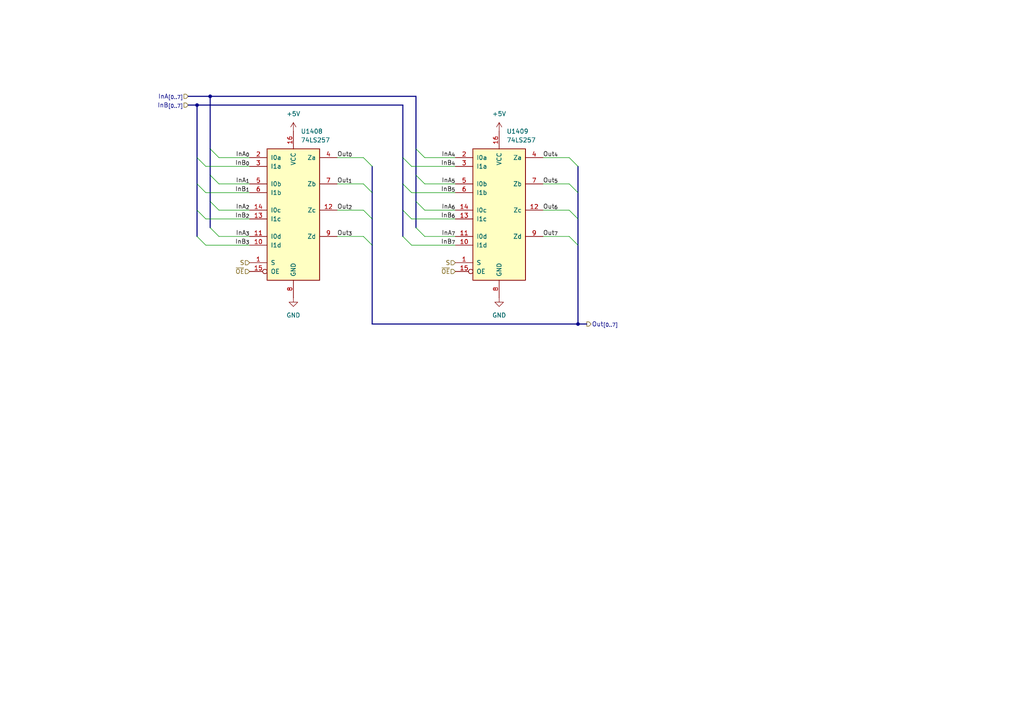
<source format=kicad_sch>
(kicad_sch (version 20250114) (generator "eeschema") (generator_version "9.0")
  (paper "A4")
  (lib_symbols
    (symbol "74xx:74LS257" (pin_names (offset 1.016))
      (property "Reference" "U" (at -7.62 19.05 0))
      (property "Value" "74LS257" (at -7.62 -21.59 0))
      (symbol "74LS257_1_0"
        (pin input line (at -12.7 15.24 0) (length 5.08) (name "I0a") (number "2"))
        (pin input line (at -12.7 12.7 0) (length 5.08) (name "I1a") (number "3"))
        (pin input line (at -12.7 7.62 0) (length 5.08) (name "I0b") (number "5"))
        (pin input line (at -12.7 5.08 0) (length 5.08) (name "I1b") (number "6"))
        (pin input line (at -12.7 0 0) (length 5.08) (name "I0c") (number "14"))
        (pin input line (at -12.7 -2.54 0) (length 5.08) (name "I1c") (number "13"))
        (pin input line (at -12.7 -7.62 0) (length 5.08) (name "I0d") (number "11"))
        (pin input line (at -12.7 -10.16 0) (length 5.08) (name "I1d") (number "10"))
        (pin input line (at -12.7 -15.24 0) (length 5.08) (name "S") (number "1"))
        (pin input inverted (at -12.7 -17.78 0) (length 5.08) (name "OE") (number "15"))
        (pin power_in line (at 0 22.86 270) (length 5.08) (name "VCC") (number "16"))
        (pin power_in line (at 0 -25.4 90) (length 5.08) (name "GND") (number "8"))
        (pin tri_state line (at 12.7 15.24 180) (length 5.08) (name "Za") (number "4"))
        (pin tri_state line (at 12.7 7.62 180) (length 5.08) (name "Zb") (number "7"))
        (pin tri_state line (at 12.7 0 180) (length 5.08) (name "Zc") (number "12"))
        (pin tri_state line (at 12.7 -7.62 180) (length 5.08) (name "Zd") (number "9"))
      )
      (symbol "74LS257_1_1"
        (rectangle (start -7.62 17.78) (end 7.62 -20.32) (stroke (width 0.254)) (fill (type background)))
      )
    )
    (symbol "power:+5V" (power) (pin_numbers (hide yes)) (pin_names (offset 0) (hide yes))
      (property "Value" "+5V" (at 0 3.556 0))
      (symbol "+5V_0_1"
        (polyline (pts (xy -0.762 1.27) (xy 0 2.54)))
        (polyline (pts (xy 0 2.54) (xy 0.762 1.27)))
        (polyline (pts (xy 0 0) (xy 0 2.54)))
      )
      (symbol "+5V_1_1"
        (pin power_in line (at 0 0 90) (length 0) (name "~") (number "1"))
      )
    )
    (symbol "power:GND" (power) (pin_numbers (hide yes)) (pin_names (offset 0) (hide yes))
      (property "Value" "GND" (at 0 -3.81 0))
      (symbol "GND_0_1"
        (polyline (pts (xy 0 0) (xy 0 -1.27) (xy 1.27 -1.27) (xy 0 -2.54) (xy -1.27 -1.27) (xy 0 -1.27)))
      )
      (symbol "GND_1_1"
        (pin power_in line (at 0 0 270) (length 0) (name "~") (number "1"))
      )
    )
  )
  (junction (at 167.64 93.98))
  (junction (at 57.15 30.48))
  (junction (at 60.96 27.94))
  (bus_entry (at 116.84 68.58) (size 2.54 2.54))
  (bus_entry (at 120.65 66.04) (size 2.54 2.54))
  (bus_entry (at 60.96 58.42) (size 2.54 2.54))
  (bus_entry (at 105.41 68.58) (size 2.54 2.54))
  (bus_entry (at 165.1 68.58) (size 2.54 2.54))
  (bus_entry (at 105.41 45.72) (size 2.54 2.54))
  (bus_entry (at 60.96 66.04) (size 2.54 2.54))
  (bus_entry (at 120.65 50.8) (size 2.54 2.54))
  (bus_entry (at 116.84 60.96) (size 2.54 2.54))
  (bus_entry (at 165.1 53.34) (size 2.54 2.54))
  (bus_entry (at 116.84 53.34) (size 2.54 2.54))
  (bus_entry (at 57.15 45.72) (size 2.54 2.54))
  (bus_entry (at 57.15 53.34) (size 2.54 2.54))
  (bus_entry (at 105.41 60.96) (size 2.54 2.54))
  (bus_entry (at 57.15 60.96) (size 2.54 2.54))
  (bus_entry (at 120.65 58.42) (size 2.54 2.54))
  (bus_entry (at 120.65 43.18) (size 2.54 2.54))
  (bus_entry (at 57.15 68.58) (size 2.54 2.54))
  (bus_entry (at 165.1 45.72) (size 2.54 2.54))
  (bus_entry (at 165.1 60.96) (size 2.54 2.54))
  (bus_entry (at 60.96 43.18) (size 2.54 2.54))
  (bus_entry (at 60.96 50.8) (size 2.54 2.54))
  (bus_entry (at 105.41 53.34) (size 2.54 2.54))
  (bus_entry (at 116.84 45.72) (size 2.54 2.54))
  (bus (pts (xy 167.64 93.98) (xy 170.18 93.98)))
  (bus (pts (xy 120.65 43.18) (xy 120.65 50.8)))
  (wire (pts (xy 123.19 45.72) (xy 132.08 45.72)))
  (wire (pts (xy 63.5 68.58) (xy 72.39 68.58)))
  (bus (pts (xy 107.95 71.12) (xy 107.95 93.98)))
  (wire (pts (xy 119.38 63.5) (xy 132.08 63.5)))
  (bus (pts (xy 116.84 30.48) (xy 116.84 45.72)))
  (wire (pts (xy 123.19 68.58) (xy 132.08 68.58)))
  (wire (pts (xy 157.48 45.72) (xy 165.1 45.72)))
  (wire (pts (xy 157.48 53.34) (xy 165.1 53.34)))
  (wire (pts (xy 97.79 68.58) (xy 105.41 68.58)))
  (bus (pts (xy 116.84 45.72) (xy 116.84 53.34)))
  (bus (pts (xy 120.65 58.42) (xy 120.65 66.04)))
  (wire (pts (xy 123.19 53.34) (xy 132.08 53.34)))
  (bus (pts (xy 60.96 27.94) (xy 120.65 27.94)))
  (wire (pts (xy 63.5 60.96) (xy 72.39 60.96)))
  (bus (pts (xy 60.96 58.42) (xy 60.96 66.04)))
  (wire (pts (xy 119.38 71.12) (xy 132.08 71.12)))
  (wire (pts (xy 59.69 63.5) (xy 72.39 63.5)))
  (bus (pts (xy 60.96 43.18) (xy 60.96 50.8)))
  (bus (pts (xy 57.15 30.48) (xy 57.15 45.72)))
  (bus (pts (xy 107.95 93.98) (xy 167.64 93.98)))
  (bus (pts (xy 60.96 50.8) (xy 60.96 58.42)))
  (bus (pts (xy 60.96 27.94) (xy 60.96 43.18)))
  (bus (pts (xy 107.95 63.5) (xy 107.95 71.12)))
  (bus (pts (xy 167.64 48.26) (xy 167.64 55.88)))
  (bus (pts (xy 116.84 53.34) (xy 116.84 60.96)))
  (bus (pts (xy 107.95 55.88) (xy 107.95 63.5)))
  (bus (pts (xy 57.15 60.96) (xy 57.15 68.58)))
  (wire (pts (xy 59.69 55.88) (xy 72.39 55.88)))
  (wire (pts (xy 97.79 45.72) (xy 105.41 45.72)))
  (bus (pts (xy 54.61 27.94) (xy 60.96 27.94)))
  (wire (pts (xy 119.38 55.88) (xy 132.08 55.88)))
  (wire (pts (xy 63.5 53.34) (xy 72.39 53.34)))
  (bus (pts (xy 57.15 45.72) (xy 57.15 53.34)))
  (bus (pts (xy 57.15 30.48) (xy 116.84 30.48)))
  (wire (pts (xy 59.69 48.26) (xy 72.39 48.26)))
  (wire (pts (xy 97.79 60.96) (xy 105.41 60.96)))
  (bus (pts (xy 167.64 55.88) (xy 167.64 63.5)))
  (wire (pts (xy 157.48 60.96) (xy 165.1 60.96)))
  (wire (pts (xy 59.69 71.12) (xy 72.39 71.12)))
  (bus (pts (xy 116.84 60.96) (xy 116.84 68.58)))
  (bus (pts (xy 120.65 27.94) (xy 120.65 43.18)))
  (wire (pts (xy 119.38 48.26) (xy 132.08 48.26)))
  (wire (pts (xy 123.19 60.96) (xy 132.08 60.96)))
  (wire (pts (xy 63.5 45.72) (xy 72.39 45.72)))
  (bus (pts (xy 107.95 48.26) (xy 107.95 55.88)))
  (wire (pts (xy 97.79 53.34) (xy 105.41 53.34)))
  (bus (pts (xy 167.64 63.5) (xy 167.64 71.12)))
  (bus (pts (xy 167.64 71.12) (xy 167.64 93.98)))
  (bus (pts (xy 120.65 50.8) (xy 120.65 58.42)))
  (bus (pts (xy 57.15 53.34) (xy 57.15 60.96)))
  (wire (pts (xy 157.48 68.58) (xy 165.1 68.58)))
  (bus (pts (xy 54.61 30.48) (xy 57.15 30.48)))
  (label "InB_{5}" (at 132.08 55.88 180))
  (label "Out_{1}" (at 97.79 53.34 0))
  (label "Out_{6}" (at 157.48 60.96 0))
  (label "Out_{0}" (at 97.79 45.72 0))
  (label "Out_{4}" (at 157.48 45.72 0))
  (label "InA_{4}" (at 132.08 45.72 180))
  (label "Out_{7}" (at 157.48 68.58 0))
  (label "InB_{4}" (at 132.08 48.26 180))
  (label "InA_{6}" (at 132.08 60.96 180))
  (label "InA_{7}" (at 132.08 68.58 180))
  (label "InB_{2}" (at 72.39 63.5 180))
  (label "InB_{0}" (at 72.39 48.26 180))
  (label "Out_{3}" (at 97.79 68.58 0))
  (label "InA_{2}" (at 72.39 60.96 180))
  (label "InA_{5}" (at 132.08 53.34 180))
  (label "InA_{0}" (at 72.39 45.72 180))
  (label "InB_{1}" (at 72.39 55.88 180))
  (label "InB_{3}" (at 72.39 71.12 180))
  (label "InA_{3}" (at 72.39 68.58 180))
  (label "InA_{1}" (at 72.39 53.34 180))
  (label "InB_{7}" (at 132.08 71.12 180))
  (label "InB_{6}" (at 132.08 63.5 180))
  (label "Out_{5}" (at 157.48 53.34 0))
  (label "Out_{2}" (at 97.79 60.96 0))
  (hierarchical_label "S" (shape input) (at 72.39 76.2 180))
  (hierarchical_label "InA_{[0..7]}" (shape input) (at 54.61 27.94 180))
  (hierarchical_label "~{OE}" (shape input) (at 132.08 78.74 180))
  (hierarchical_label "Out_{[0..7]}" (shape output) (at 170.18 93.98 0))
  (hierarchical_label "InB_{[0..7]}" (shape input) (at 54.61 30.48 180))
  (hierarchical_label "~{OE}" (shape input) (at 72.39 78.74 180))
  (hierarchical_label "S" (shape input) (at 132.08 76.2 180))
  (symbol (lib_id "power:GND") (at 85.09 86.36 0) (unit 1)
    (property "Reference" "#PWR01417" (effects (hide yes)))
    (property "Value" "GND" (at 85.09 91.44 0))
    (property "Description" "Power symbol creates a global label with name \"GND\" , ground" (effects (hide yes)))
  )
  (symbol (lib_id "power:+5V") (at 144.78 38.1 0) (unit 1)
    (property "Reference" "#PWR01416" (effects (hide yes)))
    (property "Value" "+5V" (at 144.78 33.02 0))
    (property "Description" "Power symbol creates a global label with name \"+5V\"" (effects (hide yes)))
  )
  (symbol (lib_id "74xx:74LS257") (at 144.78 60.96 0) (unit 1)
    (property "Reference" "U1409" (at 146.9233 38.1 0) (effects (justify left)))
    (property "Value" "74LS257" (at 146.9233 40.64 0) (effects (justify left)))
    (property "Datasheet" "http://www.ti.com/lit/gpn/sn74LS257" (effects (hide yes)))
    (property "Description" "Quad 2 to 1 Multiplexer" (effects (hide yes)))
  )
  (symbol (lib_id "74xx:74LS257") (at 85.09 60.96 0) (unit 1)
    (property "Reference" "U1408" (at 87.2333 38.1 0) (effects (justify left)))
    (property "Value" "74LS257" (at 87.2333 40.64 0) (effects (justify left)))
    (property "Datasheet" "http://www.ti.com/lit/gpn/sn74LS257" (effects (hide yes)))
    (property "Description" "Quad 2 to 1 Multiplexer" (effects (hide yes)))
  )
  (symbol (lib_id "power:+5V") (at 85.09 38.1 0) (unit 1)
    (property "Reference" "#PWR01415" (effects (hide yes)))
    (property "Value" "+5V" (at 85.09 33.02 0))
    (property "Description" "Power symbol creates a global label with name \"+5V\"" (effects (hide yes)))
  )
  (symbol (lib_id "power:GND") (at 144.78 86.36 0) (unit 1)
    (property "Reference" "#PWR01418" (effects (hide yes)))
    (property "Value" "GND" (at 144.78 91.44 0))
    (property "Description" "Power symbol creates a global label with name \"GND\" , ground" (effects (hide yes)))
  )
)
</source>
